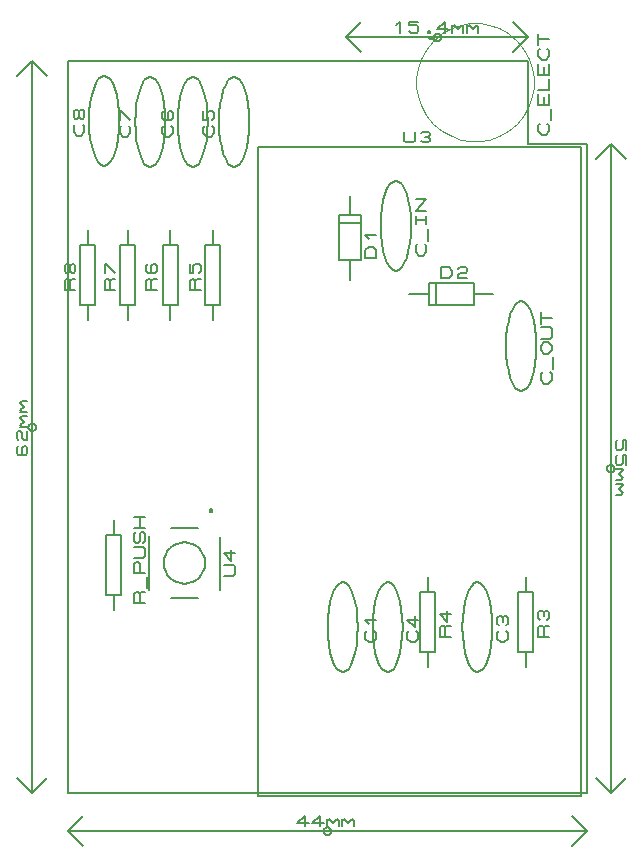
<source format=gbr>
G04 PROTEUS GERBER X2 FILE*
%TF.GenerationSoftware,Labcenter,Proteus,8.12-SP0-Build30713*%
%TF.CreationDate,2023-07-17T11:58:22+00:00*%
%TF.FileFunction,Legend,Top*%
%TF.FilePolarity,Positive*%
%TF.Part,Single*%
%TF.SameCoordinates,{929d0d33-b1dc-492e-9cfe-804fc5f4831e}*%
%FSLAX45Y45*%
%MOMM*%
G01*
%TA.AperFunction,Material*%
%ADD22C,0.127000*%
%ADD23C,0.203200*%
%TA.AperFunction,Profile*%
%ADD20C,0.203200*%
%TA.AperFunction,NonMaterial*%
%ADD21C,0.203200*%
%TA.AperFunction,Material*%
%ADD24C,0.120000*%
%ADD25C,0.200000*%
%TD.AperFunction*%
D22*
X+1610000Y+5474000D02*
X+1610000Y-26000D01*
X+1610000Y+5474000D02*
X+4350000Y+5474000D01*
X+4350000Y-26000D01*
X+1610000Y-26000D02*
X+4350000Y-26000D01*
D23*
X+2848000Y+5602270D02*
X+2848000Y+5526070D01*
X+2863875Y+5510830D01*
X+2927375Y+5510830D01*
X+2943250Y+5526070D01*
X+2943250Y+5602270D01*
X+2990875Y+5587030D02*
X+3006750Y+5602270D01*
X+3054375Y+5602270D01*
X+3070250Y+5587030D01*
X+3070250Y+5571790D01*
X+3054375Y+5556550D01*
X+3070250Y+5541310D01*
X+3070250Y+5526070D01*
X+3054375Y+5510830D01*
X+3006750Y+5510830D01*
X+2990875Y+5526070D01*
X+3022625Y+5556550D02*
X+3054375Y+5556550D01*
D20*
X+0Y+0D02*
X+0Y+6200000D01*
X+3900000Y+6200000D01*
X+3900000Y+5500000D01*
X+4400000Y+5500000D01*
X+4400000Y+0D01*
D21*
X+0Y-320000D02*
X+4400000Y-320000D01*
X+0Y-320000D02*
X+127000Y-447000D01*
X+0Y-320000D02*
X+127000Y-193000D01*
X+4400000Y-320000D02*
X+4273000Y-193000D01*
X+4400000Y-320000D02*
X+4273000Y-447000D01*
X+2231750Y-320000D02*
X+2231641Y-317366D01*
X+2230751Y-312097D01*
X+2228889Y-306828D01*
X+2225846Y-301559D01*
X+2221191Y-296357D01*
X+2215922Y-292531D01*
X+2210653Y-290091D01*
X+2205384Y-288710D01*
X+2200115Y-288250D01*
X+2200000Y-288250D01*
X+2168250Y-320000D02*
X+2168359Y-317366D01*
X+2169249Y-312097D01*
X+2171111Y-306828D01*
X+2174154Y-301559D01*
X+2178809Y-296357D01*
X+2184078Y-292531D01*
X+2189347Y-290091D01*
X+2194616Y-288710D01*
X+2199885Y-288250D01*
X+2200000Y-288250D01*
X+2168250Y-320000D02*
X+2168359Y-322634D01*
X+2169249Y-327903D01*
X+2171111Y-333172D01*
X+2174154Y-338441D01*
X+2178809Y-343643D01*
X+2184078Y-347469D01*
X+2189347Y-349909D01*
X+2194616Y-351290D01*
X+2199885Y-351750D01*
X+2200000Y-351750D01*
X+2231750Y-320000D02*
X+2231641Y-322634D01*
X+2230751Y-327903D01*
X+2228889Y-333172D01*
X+2225846Y-338441D01*
X+2221191Y-343643D01*
X+2215922Y-347469D01*
X+2210653Y-349909D01*
X+2205384Y-351290D01*
X+2200115Y-351750D01*
X+2200000Y-351750D01*
X+2041250Y-248880D02*
X+1946000Y-248880D01*
X+2009500Y-187920D01*
X+2009500Y-279360D01*
X+2168250Y-248880D02*
X+2073000Y-248880D01*
X+2136500Y-187920D01*
X+2136500Y-279360D01*
X+2200000Y-279360D02*
X+2200000Y-218400D01*
X+2200000Y-233640D02*
X+2215875Y-218400D01*
X+2247625Y-248880D01*
X+2279375Y-218400D01*
X+2295250Y-233640D01*
X+2295250Y-279360D01*
X+2327000Y-279360D02*
X+2327000Y-218400D01*
X+2327000Y-233640D02*
X+2342875Y-218400D01*
X+2374625Y-248880D01*
X+2406375Y-218400D01*
X+2422250Y-233640D01*
X+2422250Y-279360D01*
D20*
X+0Y+0D02*
X+4400000Y+0D01*
D21*
X-300000Y+0D02*
X-300000Y+6200000D01*
X-300000Y+0D02*
X-173000Y+127000D01*
X-300000Y+0D02*
X-427000Y+127000D01*
X-300000Y+6200000D02*
X-427000Y+6073000D01*
X-300000Y+6200000D02*
X-173000Y+6073000D01*
X-268250Y+3100000D02*
X-268359Y+3102634D01*
X-269249Y+3107903D01*
X-271111Y+3113172D01*
X-274154Y+3118441D01*
X-278809Y+3123643D01*
X-284078Y+3127469D01*
X-289347Y+3129909D01*
X-294616Y+3131290D01*
X-299885Y+3131750D01*
X-300000Y+3131750D01*
X-331750Y+3100000D02*
X-331641Y+3102634D01*
X-330751Y+3107903D01*
X-328889Y+3113172D01*
X-325846Y+3118441D01*
X-321191Y+3123643D01*
X-315922Y+3127469D01*
X-310653Y+3129909D01*
X-305384Y+3131290D01*
X-300115Y+3131750D01*
X-300000Y+3131750D01*
X-331750Y+3100000D02*
X-331641Y+3097366D01*
X-330751Y+3092097D01*
X-328889Y+3086828D01*
X-325846Y+3081559D01*
X-321191Y+3076357D01*
X-315922Y+3072531D01*
X-310653Y+3070091D01*
X-305384Y+3068710D01*
X-300115Y+3068250D01*
X-300000Y+3068250D01*
X-268250Y+3100000D02*
X-268359Y+3097366D01*
X-269249Y+3092097D01*
X-271111Y+3086828D01*
X-274154Y+3081559D01*
X-278809Y+3076357D01*
X-284078Y+3072531D01*
X-289347Y+3070091D01*
X-294616Y+3068710D01*
X-299885Y+3068250D01*
X-300000Y+3068250D01*
X-416840Y+2941250D02*
X-432080Y+2925375D01*
X-432080Y+2877750D01*
X-416840Y+2861875D01*
X-355880Y+2861875D01*
X-340640Y+2877750D01*
X-340640Y+2925375D01*
X-355880Y+2941250D01*
X-371120Y+2941250D01*
X-386360Y+2925375D01*
X-386360Y+2861875D01*
X-416840Y+2988875D02*
X-432080Y+3004750D01*
X-432080Y+3052375D01*
X-416840Y+3068250D01*
X-401600Y+3068250D01*
X-386360Y+3052375D01*
X-386360Y+3004750D01*
X-371120Y+2988875D01*
X-340640Y+2988875D01*
X-340640Y+3068250D01*
X-340640Y+3100000D02*
X-401600Y+3100000D01*
X-386360Y+3100000D02*
X-401600Y+3115875D01*
X-371120Y+3147625D01*
X-401600Y+3179375D01*
X-386360Y+3195250D01*
X-340640Y+3195250D01*
X-340640Y+3227000D02*
X-401600Y+3227000D01*
X-386360Y+3227000D02*
X-401600Y+3242875D01*
X-371120Y+3274625D01*
X-401600Y+3306375D01*
X-386360Y+3322250D01*
X-340640Y+3322250D01*
X+4600000Y+5500000D02*
X+4600000Y+0D01*
X+4600000Y+5500000D02*
X+4473000Y+5373000D01*
X+4600000Y+5500000D02*
X+4727000Y+5373000D01*
X+4600000Y+0D02*
X+4727000Y+127000D01*
X+4600000Y+0D02*
X+4473000Y+127000D01*
X+4631750Y+2750000D02*
X+4631641Y+2752634D01*
X+4630751Y+2757903D01*
X+4628889Y+2763172D01*
X+4625846Y+2768441D01*
X+4621191Y+2773643D01*
X+4615922Y+2777469D01*
X+4610653Y+2779909D01*
X+4605384Y+2781290D01*
X+4600115Y+2781750D01*
X+4600000Y+2781750D01*
X+4568250Y+2750000D02*
X+4568359Y+2752634D01*
X+4569249Y+2757903D01*
X+4571111Y+2763172D01*
X+4574154Y+2768441D01*
X+4578809Y+2773643D01*
X+4584078Y+2777469D01*
X+4589347Y+2779909D01*
X+4594616Y+2781290D01*
X+4599885Y+2781750D01*
X+4600000Y+2781750D01*
X+4568250Y+2750000D02*
X+4568359Y+2747366D01*
X+4569249Y+2742097D01*
X+4571111Y+2736828D01*
X+4574154Y+2731559D01*
X+4578809Y+2726357D01*
X+4584078Y+2722531D01*
X+4589347Y+2720091D01*
X+4594616Y+2718710D01*
X+4599885Y+2718250D01*
X+4600000Y+2718250D01*
X+4631750Y+2750000D02*
X+4631641Y+2747366D01*
X+4630751Y+2742097D01*
X+4628889Y+2736828D01*
X+4625846Y+2731559D01*
X+4621191Y+2726357D01*
X+4615922Y+2722531D01*
X+4610653Y+2720091D01*
X+4605384Y+2718710D01*
X+4600115Y+2718250D01*
X+4600000Y+2718250D01*
X+4732080Y+2908750D02*
X+4732080Y+2988125D01*
X+4701600Y+2988125D01*
X+4701600Y+2924625D01*
X+4686360Y+2908750D01*
X+4655880Y+2908750D01*
X+4640640Y+2924625D01*
X+4640640Y+2972250D01*
X+4655880Y+2988125D01*
X+4732080Y+2781750D02*
X+4732080Y+2861125D01*
X+4701600Y+2861125D01*
X+4701600Y+2797625D01*
X+4686360Y+2781750D01*
X+4655880Y+2781750D01*
X+4640640Y+2797625D01*
X+4640640Y+2845250D01*
X+4655880Y+2861125D01*
X+4640640Y+2750000D02*
X+4701600Y+2750000D01*
X+4686360Y+2750000D02*
X+4701600Y+2734125D01*
X+4671120Y+2702375D01*
X+4701600Y+2670625D01*
X+4686360Y+2654750D01*
X+4640640Y+2654750D01*
X+4640640Y+2623000D02*
X+4701600Y+2623000D01*
X+4686360Y+2623000D02*
X+4701600Y+2607125D01*
X+4671120Y+2575375D01*
X+4701600Y+2543625D01*
X+4686360Y+2527750D01*
X+4640640Y+2527750D01*
X+3900000Y+6400000D02*
X+2360000Y+6400000D01*
X+3900000Y+6400000D02*
X+3773000Y+6527000D01*
X+3900000Y+6400000D02*
X+3773000Y+6273000D01*
X+2360000Y+6400000D02*
X+2487000Y+6273000D01*
X+2360000Y+6400000D02*
X+2487000Y+6527000D01*
X+3161750Y+6400000D02*
X+3161641Y+6402634D01*
X+3160751Y+6407903D01*
X+3158889Y+6413172D01*
X+3155846Y+6418441D01*
X+3151191Y+6423643D01*
X+3145922Y+6427469D01*
X+3140653Y+6429909D01*
X+3135384Y+6431290D01*
X+3130115Y+6431750D01*
X+3130000Y+6431750D01*
X+3098250Y+6400000D02*
X+3098359Y+6402634D01*
X+3099249Y+6407903D01*
X+3101111Y+6413172D01*
X+3104154Y+6418441D01*
X+3108809Y+6423643D01*
X+3114078Y+6427469D01*
X+3119347Y+6429909D01*
X+3124616Y+6431290D01*
X+3129885Y+6431750D01*
X+3130000Y+6431750D01*
X+3098250Y+6400000D02*
X+3098359Y+6397366D01*
X+3099249Y+6392097D01*
X+3101111Y+6386828D01*
X+3104154Y+6381559D01*
X+3108809Y+6376357D01*
X+3114078Y+6372531D01*
X+3119347Y+6370091D01*
X+3124616Y+6368710D01*
X+3129885Y+6368250D01*
X+3130000Y+6368250D01*
X+3161750Y+6400000D02*
X+3161641Y+6397366D01*
X+3160751Y+6392097D01*
X+3158889Y+6386828D01*
X+3155846Y+6381559D01*
X+3151191Y+6376357D01*
X+3145922Y+6372531D01*
X+3140653Y+6370091D01*
X+3135384Y+6368710D01*
X+3130115Y+6368250D01*
X+3130000Y+6368250D01*
X+2780750Y+6501600D02*
X+2812500Y+6532080D01*
X+2812500Y+6440640D01*
X+2971250Y+6532080D02*
X+2891875Y+6532080D01*
X+2891875Y+6501600D01*
X+2955375Y+6501600D01*
X+2971250Y+6486360D01*
X+2971250Y+6455880D01*
X+2955375Y+6440640D01*
X+2907750Y+6440640D01*
X+2891875Y+6455880D01*
X+3050625Y+6455880D02*
X+3066500Y+6455880D01*
X+3066500Y+6440640D01*
X+3050625Y+6440640D01*
X+3050625Y+6455880D01*
X+3225250Y+6471120D02*
X+3130000Y+6471120D01*
X+3193500Y+6532080D01*
X+3193500Y+6440640D01*
X+3257000Y+6440640D02*
X+3257000Y+6501600D01*
X+3257000Y+6486360D02*
X+3272875Y+6501600D01*
X+3304625Y+6471120D01*
X+3336375Y+6501600D01*
X+3352250Y+6486360D01*
X+3352250Y+6440640D01*
X+3384000Y+6440640D02*
X+3384000Y+6501600D01*
X+3384000Y+6486360D02*
X+3399875Y+6501600D01*
X+3431625Y+6471120D01*
X+3463375Y+6501600D01*
X+3479250Y+6486360D01*
X+3479250Y+6440640D01*
D23*
X+170000Y+4007000D02*
X+170000Y+4134000D01*
X+106500Y+4134000D02*
X+233500Y+4134000D01*
X+233500Y+4642000D01*
X+106500Y+4642000D01*
X+106500Y+4134000D01*
X+170000Y+4642000D02*
X+170000Y+4769000D01*
X+65860Y+4261000D02*
X-25580Y+4261000D01*
X-25580Y+4340375D01*
X-10340Y+4356250D01*
X+4900Y+4356250D01*
X+20140Y+4340375D01*
X+20140Y+4261000D01*
X+20140Y+4340375D02*
X+35380Y+4356250D01*
X+65860Y+4356250D01*
X+20140Y+4419750D02*
X+4900Y+4403875D01*
X-10340Y+4403875D01*
X-25580Y+4419750D01*
X-25580Y+4467375D01*
X-10340Y+4483250D01*
X+4900Y+4483250D01*
X+20140Y+4467375D01*
X+20140Y+4419750D01*
X+35380Y+4403875D01*
X+50620Y+4403875D01*
X+65860Y+4419750D01*
X+65860Y+4467375D01*
X+50620Y+4483250D01*
X+35380Y+4483250D01*
X+20140Y+4467375D01*
X+510000Y+4007000D02*
X+510000Y+4134000D01*
X+446500Y+4134000D02*
X+573500Y+4134000D01*
X+573500Y+4642000D01*
X+446500Y+4642000D01*
X+446500Y+4134000D01*
X+510000Y+4642000D02*
X+510000Y+4769000D01*
X+405860Y+4261000D02*
X+314420Y+4261000D01*
X+314420Y+4340375D01*
X+329660Y+4356250D01*
X+344900Y+4356250D01*
X+360140Y+4340375D01*
X+360140Y+4261000D01*
X+360140Y+4340375D02*
X+375380Y+4356250D01*
X+405860Y+4356250D01*
X+314420Y+4403875D02*
X+314420Y+4483250D01*
X+329660Y+4483250D01*
X+405860Y+4403875D01*
X+870000Y+4007000D02*
X+870000Y+4134000D01*
X+806500Y+4134000D02*
X+933500Y+4134000D01*
X+933500Y+4642000D01*
X+806500Y+4642000D01*
X+806500Y+4134000D01*
X+870000Y+4642000D02*
X+870000Y+4769000D01*
X+755860Y+4261000D02*
X+664420Y+4261000D01*
X+664420Y+4340375D01*
X+679660Y+4356250D01*
X+694900Y+4356250D01*
X+710140Y+4340375D01*
X+710140Y+4261000D01*
X+710140Y+4340375D02*
X+725380Y+4356250D01*
X+755860Y+4356250D01*
X+679660Y+4483250D02*
X+664420Y+4467375D01*
X+664420Y+4419750D01*
X+679660Y+4403875D01*
X+740620Y+4403875D01*
X+755860Y+4419750D01*
X+755860Y+4467375D01*
X+740620Y+4483250D01*
X+725380Y+4483250D01*
X+710140Y+4467375D01*
X+710140Y+4403875D01*
X+1230000Y+4007000D02*
X+1230000Y+4134000D01*
X+1166500Y+4134000D02*
X+1293500Y+4134000D01*
X+1293500Y+4642000D01*
X+1166500Y+4642000D01*
X+1166500Y+4134000D01*
X+1230000Y+4642000D02*
X+1230000Y+4769000D01*
X+1125860Y+4261000D02*
X+1034420Y+4261000D01*
X+1034420Y+4340375D01*
X+1049660Y+4356250D01*
X+1064900Y+4356250D01*
X+1080140Y+4340375D01*
X+1080140Y+4261000D01*
X+1080140Y+4340375D02*
X+1095380Y+4356250D01*
X+1125860Y+4356250D01*
X+1034420Y+4483250D02*
X+1034420Y+4403875D01*
X+1064900Y+4403875D01*
X+1064900Y+4467375D01*
X+1080140Y+4483250D01*
X+1110620Y+4483250D01*
X+1125860Y+4467375D01*
X+1125860Y+4419750D01*
X+1110620Y+4403875D01*
X+310000Y+5313000D02*
X+284124Y+5320516D01*
X+260152Y+5342170D01*
X+238562Y+5376624D01*
X+219830Y+5422538D01*
X+204431Y+5478571D01*
X+192842Y+5543386D01*
X+185540Y+5615642D01*
X+183000Y+5694000D01*
X+310000Y+6075000D02*
X+284124Y+6067380D01*
X+260152Y+6045472D01*
X+238562Y+6010706D01*
X+219830Y+5964510D01*
X+204431Y+5908312D01*
X+192842Y+5843542D01*
X+185540Y+5771629D01*
X+183000Y+5694000D01*
X+310000Y+6075000D02*
X+335876Y+6067380D01*
X+359848Y+6045472D01*
X+381438Y+6010706D01*
X+400170Y+5964510D01*
X+415569Y+5908312D01*
X+427158Y+5843542D01*
X+434460Y+5771629D01*
X+437000Y+5694000D01*
X+310000Y+5313000D02*
X+335876Y+5320516D01*
X+359848Y+5342170D01*
X+381438Y+5376624D01*
X+400170Y+5422538D01*
X+415569Y+5478571D01*
X+427158Y+5543386D01*
X+434460Y+5615642D01*
X+437000Y+5694000D01*
X+127120Y+5662250D02*
X+142360Y+5646375D01*
X+142360Y+5598750D01*
X+111880Y+5567000D01*
X+81400Y+5567000D01*
X+50920Y+5598750D01*
X+50920Y+5646375D01*
X+66160Y+5662250D01*
X+96640Y+5725750D02*
X+81400Y+5709875D01*
X+66160Y+5709875D01*
X+50920Y+5725750D01*
X+50920Y+5773375D01*
X+66160Y+5789250D01*
X+81400Y+5789250D01*
X+96640Y+5773375D01*
X+96640Y+5725750D01*
X+111880Y+5709875D01*
X+127120Y+5709875D01*
X+142360Y+5725750D01*
X+142360Y+5773375D01*
X+127120Y+5789250D01*
X+111880Y+5789250D01*
X+96640Y+5773375D01*
X+700000Y+5303000D02*
X+674124Y+5310516D01*
X+650152Y+5332170D01*
X+628562Y+5366624D01*
X+609830Y+5412538D01*
X+594431Y+5468571D01*
X+582842Y+5533386D01*
X+575540Y+5605642D01*
X+573000Y+5684000D01*
X+700000Y+6065000D02*
X+674124Y+6057380D01*
X+650152Y+6035472D01*
X+628562Y+6000706D01*
X+609830Y+5954510D01*
X+594431Y+5898312D01*
X+582842Y+5833542D01*
X+575540Y+5761629D01*
X+573000Y+5684000D01*
X+700000Y+6065000D02*
X+725876Y+6057380D01*
X+749848Y+6035472D01*
X+771438Y+6000706D01*
X+790170Y+5954510D01*
X+805569Y+5898312D01*
X+817158Y+5833542D01*
X+824460Y+5761629D01*
X+827000Y+5684000D01*
X+700000Y+5303000D02*
X+725876Y+5310516D01*
X+749848Y+5332170D01*
X+771438Y+5366624D01*
X+790170Y+5412538D01*
X+805569Y+5468571D01*
X+817158Y+5533386D01*
X+824460Y+5605642D01*
X+827000Y+5684000D01*
X+517120Y+5652250D02*
X+532360Y+5636375D01*
X+532360Y+5588750D01*
X+501880Y+5557000D01*
X+471400Y+5557000D01*
X+440920Y+5588750D01*
X+440920Y+5636375D01*
X+456160Y+5652250D01*
X+440920Y+5699875D02*
X+440920Y+5779250D01*
X+456160Y+5779250D01*
X+532360Y+5699875D01*
X+1060000Y+5303000D02*
X+1034124Y+5310516D01*
X+1010152Y+5332170D01*
X+988562Y+5366624D01*
X+969830Y+5412538D01*
X+954431Y+5468571D01*
X+942842Y+5533386D01*
X+935540Y+5605642D01*
X+933000Y+5684000D01*
X+1060000Y+6065000D02*
X+1034124Y+6057380D01*
X+1010152Y+6035472D01*
X+988562Y+6000706D01*
X+969830Y+5954510D01*
X+954431Y+5898312D01*
X+942842Y+5833542D01*
X+935540Y+5761629D01*
X+933000Y+5684000D01*
X+1060000Y+6065000D02*
X+1085876Y+6057380D01*
X+1109848Y+6035472D01*
X+1131438Y+6000706D01*
X+1150170Y+5954510D01*
X+1165569Y+5898312D01*
X+1177158Y+5833542D01*
X+1184460Y+5761629D01*
X+1187000Y+5684000D01*
X+1060000Y+5303000D02*
X+1085876Y+5310516D01*
X+1109848Y+5332170D01*
X+1131438Y+5366624D01*
X+1150170Y+5412538D01*
X+1165569Y+5468571D01*
X+1177158Y+5533386D01*
X+1184460Y+5605642D01*
X+1187000Y+5684000D01*
X+877120Y+5652250D02*
X+892360Y+5636375D01*
X+892360Y+5588750D01*
X+861880Y+5557000D01*
X+831400Y+5557000D01*
X+800920Y+5588750D01*
X+800920Y+5636375D01*
X+816160Y+5652250D01*
X+816160Y+5779250D02*
X+800920Y+5763375D01*
X+800920Y+5715750D01*
X+816160Y+5699875D01*
X+877120Y+5699875D01*
X+892360Y+5715750D01*
X+892360Y+5763375D01*
X+877120Y+5779250D01*
X+861880Y+5779250D01*
X+846640Y+5763375D01*
X+846640Y+5699875D01*
X+1410000Y+5303000D02*
X+1384124Y+5310516D01*
X+1360152Y+5332170D01*
X+1338562Y+5366624D01*
X+1319830Y+5412538D01*
X+1304431Y+5468571D01*
X+1292842Y+5533386D01*
X+1285540Y+5605642D01*
X+1283000Y+5684000D01*
X+1410000Y+6065000D02*
X+1384124Y+6057380D01*
X+1360152Y+6035472D01*
X+1338562Y+6000706D01*
X+1319830Y+5954510D01*
X+1304431Y+5898312D01*
X+1292842Y+5833542D01*
X+1285540Y+5761629D01*
X+1283000Y+5684000D01*
X+1410000Y+6065000D02*
X+1435876Y+6057380D01*
X+1459848Y+6035472D01*
X+1481438Y+6000706D01*
X+1500170Y+5954510D01*
X+1515569Y+5898312D01*
X+1527158Y+5833542D01*
X+1534460Y+5761629D01*
X+1537000Y+5684000D01*
X+1410000Y+5303000D02*
X+1435876Y+5310516D01*
X+1459848Y+5332170D01*
X+1481438Y+5366624D01*
X+1500170Y+5412538D01*
X+1515569Y+5468571D01*
X+1527158Y+5533386D01*
X+1534460Y+5605642D01*
X+1537000Y+5684000D01*
X+1227120Y+5652250D02*
X+1242360Y+5636375D01*
X+1242360Y+5588750D01*
X+1211880Y+5557000D01*
X+1181400Y+5557000D01*
X+1150920Y+5588750D01*
X+1150920Y+5636375D01*
X+1166160Y+5652250D01*
X+1150920Y+5779250D02*
X+1150920Y+5699875D01*
X+1181400Y+5699875D01*
X+1181400Y+5763375D01*
X+1196640Y+5779250D01*
X+1227120Y+5779250D01*
X+1242360Y+5763375D01*
X+1242360Y+5715750D01*
X+1227120Y+5699875D01*
X+2330000Y+1787000D02*
X+2355876Y+1779484D01*
X+2379848Y+1757830D01*
X+2401438Y+1723376D01*
X+2420170Y+1677462D01*
X+2435569Y+1621429D01*
X+2447158Y+1556614D01*
X+2454460Y+1484358D01*
X+2457000Y+1406000D01*
X+2330000Y+1025000D02*
X+2355876Y+1032620D01*
X+2379848Y+1054528D01*
X+2401438Y+1089294D01*
X+2420170Y+1135490D01*
X+2435569Y+1191688D01*
X+2447158Y+1256458D01*
X+2454460Y+1328371D01*
X+2457000Y+1406000D01*
X+2330000Y+1025000D02*
X+2304124Y+1032620D01*
X+2280152Y+1054528D01*
X+2258562Y+1089294D01*
X+2239830Y+1135490D01*
X+2224431Y+1191688D01*
X+2212842Y+1256458D01*
X+2205540Y+1328371D01*
X+2203000Y+1406000D01*
X+2330000Y+1787000D02*
X+2304124Y+1779484D01*
X+2280152Y+1757830D01*
X+2258562Y+1723376D01*
X+2239830Y+1677462D01*
X+2224431Y+1621429D01*
X+2212842Y+1556614D01*
X+2205540Y+1484358D01*
X+2203000Y+1406000D01*
X+2593840Y+1374250D02*
X+2609080Y+1358375D01*
X+2609080Y+1310750D01*
X+2578600Y+1279000D01*
X+2548120Y+1279000D01*
X+2517640Y+1310750D01*
X+2517640Y+1358375D01*
X+2532880Y+1374250D01*
X+2548120Y+1437750D02*
X+2517640Y+1469500D01*
X+2609080Y+1469500D01*
X+3880000Y+1833000D02*
X+3880000Y+1706000D01*
X+3816500Y+1198000D02*
X+3943500Y+1198000D01*
X+3943500Y+1706000D01*
X+3816500Y+1706000D01*
X+3816500Y+1198000D01*
X+3880000Y+1198000D02*
X+3880000Y+1071000D01*
X+4075580Y+1325000D02*
X+3984140Y+1325000D01*
X+3984140Y+1404375D01*
X+3999380Y+1420250D01*
X+4014620Y+1420250D01*
X+4029860Y+1404375D01*
X+4029860Y+1325000D01*
X+4029860Y+1404375D02*
X+4045100Y+1420250D01*
X+4075580Y+1420250D01*
X+3999380Y+1467875D02*
X+3984140Y+1483750D01*
X+3984140Y+1531375D01*
X+3999380Y+1547250D01*
X+4014620Y+1547250D01*
X+4029860Y+1531375D01*
X+4045100Y+1547250D01*
X+4060340Y+1547250D01*
X+4075580Y+1531375D01*
X+4075580Y+1483750D01*
X+4060340Y+1467875D01*
X+4029860Y+1499625D02*
X+4029860Y+1531375D01*
X+3470000Y+1787000D02*
X+3495876Y+1779484D01*
X+3519848Y+1757830D01*
X+3541438Y+1723376D01*
X+3560170Y+1677462D01*
X+3575569Y+1621429D01*
X+3587158Y+1556614D01*
X+3594460Y+1484358D01*
X+3597000Y+1406000D01*
X+3470000Y+1025000D02*
X+3495876Y+1032620D01*
X+3519848Y+1054528D01*
X+3541438Y+1089294D01*
X+3560170Y+1135490D01*
X+3575569Y+1191688D01*
X+3587158Y+1256458D01*
X+3594460Y+1328371D01*
X+3597000Y+1406000D01*
X+3470000Y+1025000D02*
X+3444124Y+1032620D01*
X+3420152Y+1054528D01*
X+3398562Y+1089294D01*
X+3379830Y+1135490D01*
X+3364431Y+1191688D01*
X+3352842Y+1256458D01*
X+3345540Y+1328371D01*
X+3343000Y+1406000D01*
X+3470000Y+1787000D02*
X+3444124Y+1779484D01*
X+3420152Y+1757830D01*
X+3398562Y+1723376D01*
X+3379830Y+1677462D01*
X+3364431Y+1621429D01*
X+3352842Y+1556614D01*
X+3345540Y+1484358D01*
X+3343000Y+1406000D01*
X+3713840Y+1374250D02*
X+3729080Y+1358375D01*
X+3729080Y+1310750D01*
X+3698600Y+1279000D01*
X+3668120Y+1279000D01*
X+3637640Y+1310750D01*
X+3637640Y+1358375D01*
X+3652880Y+1374250D01*
X+3652880Y+1421875D02*
X+3637640Y+1437750D01*
X+3637640Y+1485375D01*
X+3652880Y+1501250D01*
X+3668120Y+1501250D01*
X+3683360Y+1485375D01*
X+3698600Y+1501250D01*
X+3713840Y+1501250D01*
X+3729080Y+1485375D01*
X+3729080Y+1437750D01*
X+3713840Y+1421875D01*
X+3683360Y+1453625D02*
X+3683360Y+1485375D01*
X+3050000Y+1833000D02*
X+3050000Y+1706000D01*
X+2986500Y+1198000D02*
X+3113500Y+1198000D01*
X+3113500Y+1706000D01*
X+2986500Y+1706000D01*
X+2986500Y+1198000D01*
X+3050000Y+1198000D02*
X+3050000Y+1071000D01*
X+3245580Y+1325000D02*
X+3154140Y+1325000D01*
X+3154140Y+1404375D01*
X+3169380Y+1420250D01*
X+3184620Y+1420250D01*
X+3199860Y+1404375D01*
X+3199860Y+1325000D01*
X+3199860Y+1404375D02*
X+3215100Y+1420250D01*
X+3245580Y+1420250D01*
X+3215100Y+1547250D02*
X+3215100Y+1452000D01*
X+3154140Y+1515500D01*
X+3245580Y+1515500D01*
X+2710000Y+1787000D02*
X+2735876Y+1779484D01*
X+2759848Y+1757830D01*
X+2781438Y+1723376D01*
X+2800170Y+1677462D01*
X+2815569Y+1621429D01*
X+2827158Y+1556614D01*
X+2834460Y+1484358D01*
X+2837000Y+1406000D01*
X+2710000Y+1025000D02*
X+2735876Y+1032620D01*
X+2759848Y+1054528D01*
X+2781438Y+1089294D01*
X+2800170Y+1135490D01*
X+2815569Y+1191688D01*
X+2827158Y+1256458D01*
X+2834460Y+1328371D01*
X+2837000Y+1406000D01*
X+2710000Y+1025000D02*
X+2684124Y+1032620D01*
X+2660152Y+1054528D01*
X+2638562Y+1089294D01*
X+2619830Y+1135490D01*
X+2604431Y+1191688D01*
X+2592842Y+1256458D01*
X+2585540Y+1328371D01*
X+2583000Y+1406000D01*
X+2710000Y+1787000D02*
X+2684124Y+1779484D01*
X+2660152Y+1757830D01*
X+2638562Y+1723376D01*
X+2619830Y+1677462D01*
X+2604431Y+1621429D01*
X+2592842Y+1556614D01*
X+2585540Y+1484358D01*
X+2583000Y+1406000D01*
X+2953840Y+1374250D02*
X+2969080Y+1358375D01*
X+2969080Y+1310750D01*
X+2938600Y+1279000D01*
X+2908120Y+1279000D01*
X+2877640Y+1310750D01*
X+2877640Y+1358375D01*
X+2892880Y+1374250D01*
X+2938600Y+1501250D02*
X+2938600Y+1406000D01*
X+2877640Y+1469500D01*
X+2969080Y+1469500D01*
D24*
X+3950000Y+6020000D02*
X+3948469Y+6059100D01*
X+3936046Y+6137301D01*
X+3910194Y+6215502D01*
X+3868434Y+6293703D01*
X+3805195Y+6371904D01*
X+3727002Y+6436257D01*
X+3648801Y+6478779D01*
X+3570600Y+6505238D01*
X+3492399Y+6518199D01*
X+3450000Y+6520000D01*
X+2950000Y+6020000D02*
X+2951531Y+6059100D01*
X+2963954Y+6137301D01*
X+2989806Y+6215502D01*
X+3031566Y+6293703D01*
X+3094805Y+6371904D01*
X+3172998Y+6436257D01*
X+3251199Y+6478779D01*
X+3329400Y+6505238D01*
X+3407601Y+6518199D01*
X+3450000Y+6520000D01*
X+2950000Y+6020000D02*
X+2951531Y+5980900D01*
X+2963954Y+5902699D01*
X+2989806Y+5824498D01*
X+3031566Y+5746297D01*
X+3094805Y+5668096D01*
X+3172998Y+5603743D01*
X+3251199Y+5561221D01*
X+3329400Y+5534762D01*
X+3407601Y+5521801D01*
X+3450000Y+5520000D01*
X+3950000Y+6020000D02*
X+3948469Y+5980900D01*
X+3936046Y+5902699D01*
X+3910194Y+5824498D01*
X+3868434Y+5746297D01*
X+3805195Y+5668096D01*
X+3727002Y+5603743D01*
X+3648801Y+5561221D01*
X+3570600Y+5534762D01*
X+3492399Y+5521801D01*
X+3450000Y+5520000D01*
D25*
X+3084000Y+6396000D02*
X+3083965Y+6396831D01*
X+3083684Y+6398495D01*
X+3083094Y+6400159D01*
X+3082130Y+6401823D01*
X+3080655Y+6403464D01*
X+3078991Y+6404665D01*
X+3077327Y+6405430D01*
X+3075663Y+6405861D01*
X+3074000Y+6406000D01*
X+3064000Y+6396000D02*
X+3064035Y+6396831D01*
X+3064316Y+6398495D01*
X+3064906Y+6400159D01*
X+3065870Y+6401823D01*
X+3067345Y+6403464D01*
X+3069009Y+6404665D01*
X+3070673Y+6405430D01*
X+3072337Y+6405861D01*
X+3074000Y+6406000D01*
X+3064000Y+6396000D02*
X+3064035Y+6395169D01*
X+3064316Y+6393505D01*
X+3064906Y+6391841D01*
X+3065870Y+6390177D01*
X+3067345Y+6388536D01*
X+3069009Y+6387335D01*
X+3070673Y+6386570D01*
X+3072337Y+6386139D01*
X+3074000Y+6386000D01*
X+3084000Y+6396000D02*
X+3083965Y+6395169D01*
X+3083684Y+6393505D01*
X+3083094Y+6391841D01*
X+3082130Y+6390177D01*
X+3080655Y+6388536D01*
X+3078991Y+6387335D01*
X+3077327Y+6386570D01*
X+3075663Y+6386139D01*
X+3074000Y+6386000D01*
D23*
X+4062680Y+5670750D02*
X+4077920Y+5654875D01*
X+4077920Y+5607250D01*
X+4047440Y+5575500D01*
X+4016960Y+5575500D01*
X+3986480Y+5607250D01*
X+3986480Y+5654875D01*
X+4001720Y+5670750D01*
X+4093160Y+5702500D02*
X+4093160Y+5797750D01*
X+4077920Y+5924750D02*
X+4077920Y+5829500D01*
X+3986480Y+5829500D01*
X+3986480Y+5924750D01*
X+4032200Y+5829500D02*
X+4032200Y+5893000D01*
X+3986480Y+5956500D02*
X+4077920Y+5956500D01*
X+4077920Y+6051750D01*
X+4077920Y+6178750D02*
X+4077920Y+6083500D01*
X+3986480Y+6083500D01*
X+3986480Y+6178750D01*
X+4032200Y+6083500D02*
X+4032200Y+6147000D01*
X+4062680Y+6305750D02*
X+4077920Y+6289875D01*
X+4077920Y+6242250D01*
X+4047440Y+6210500D01*
X+4016960Y+6210500D01*
X+3986480Y+6242250D01*
X+3986480Y+6289875D01*
X+4001720Y+6305750D01*
X+3986480Y+6337500D02*
X+3986480Y+6432750D01*
X+3986480Y+6385125D02*
X+4077920Y+6385125D01*
X+2298560Y+4511500D02*
X+2481440Y+4511500D01*
X+2481440Y+4892500D01*
X+2298560Y+4892500D01*
X+2298560Y+4511500D01*
X+2478900Y+4829000D02*
X+2301100Y+4829000D01*
X+2390000Y+4511500D02*
X+2390000Y+4346400D01*
X+2390000Y+4892500D02*
X+2390000Y+5057600D01*
X+2613520Y+4533000D02*
X+2522080Y+4533000D01*
X+2522080Y+4596500D01*
X+2552560Y+4628250D01*
X+2583040Y+4628250D01*
X+2613520Y+4596500D01*
X+2613520Y+4533000D01*
X+2552560Y+4691750D02*
X+2522080Y+4723500D01*
X+2613520Y+4723500D01*
X+3057500Y+4138560D02*
X+3438500Y+4138560D01*
X+3438500Y+4321440D01*
X+3057500Y+4321440D01*
X+3057500Y+4138560D01*
X+3121000Y+4318900D02*
X+3121000Y+4141100D01*
X+3438500Y+4230000D02*
X+3603600Y+4230000D01*
X+3057500Y+4230000D02*
X+2892400Y+4230000D01*
X+3163000Y+4362080D02*
X+3163000Y+4453520D01*
X+3226500Y+4453520D01*
X+3258250Y+4423040D01*
X+3258250Y+4392560D01*
X+3226500Y+4362080D01*
X+3163000Y+4362080D01*
X+3305875Y+4438280D02*
X+3321750Y+4453520D01*
X+3369375Y+4453520D01*
X+3385250Y+4438280D01*
X+3385250Y+4423040D01*
X+3369375Y+4407800D01*
X+3321750Y+4407800D01*
X+3305875Y+4392560D01*
X+3305875Y+4362080D01*
X+3385250Y+4362080D01*
X+3840000Y+4167000D02*
X+3865876Y+4159484D01*
X+3889848Y+4137830D01*
X+3911438Y+4103376D01*
X+3930170Y+4057462D01*
X+3945569Y+4001429D01*
X+3957158Y+3936614D01*
X+3964460Y+3864358D01*
X+3967000Y+3786000D01*
X+3840000Y+3405000D02*
X+3865876Y+3412620D01*
X+3889848Y+3434528D01*
X+3911438Y+3469294D01*
X+3930170Y+3515490D01*
X+3945569Y+3571688D01*
X+3957158Y+3636458D01*
X+3964460Y+3708371D01*
X+3967000Y+3786000D01*
X+3840000Y+3405000D02*
X+3814124Y+3412620D01*
X+3790152Y+3434528D01*
X+3768562Y+3469294D01*
X+3749830Y+3515490D01*
X+3734431Y+3571688D01*
X+3722842Y+3636458D01*
X+3715540Y+3708371D01*
X+3713000Y+3786000D01*
X+3840000Y+4167000D02*
X+3814124Y+4159484D01*
X+3790152Y+4137830D01*
X+3768562Y+4103376D01*
X+3749830Y+4057462D01*
X+3734431Y+4001429D01*
X+3722842Y+3936614D01*
X+3715540Y+3864358D01*
X+3713000Y+3786000D01*
X+4083840Y+3563750D02*
X+4099080Y+3547875D01*
X+4099080Y+3500250D01*
X+4068600Y+3468500D01*
X+4038120Y+3468500D01*
X+4007640Y+3500250D01*
X+4007640Y+3547875D01*
X+4022880Y+3563750D01*
X+4114320Y+3595500D02*
X+4114320Y+3690750D01*
X+4038120Y+3722500D02*
X+4007640Y+3754250D01*
X+4007640Y+3786000D01*
X+4038120Y+3817750D01*
X+4068600Y+3817750D01*
X+4099080Y+3786000D01*
X+4099080Y+3754250D01*
X+4068600Y+3722500D01*
X+4038120Y+3722500D01*
X+4007640Y+3849500D02*
X+4083840Y+3849500D01*
X+4099080Y+3865375D01*
X+4099080Y+3928875D01*
X+4083840Y+3944750D01*
X+4007640Y+3944750D01*
X+4007640Y+3976500D02*
X+4007640Y+4071750D01*
X+4007640Y+4024125D02*
X+4099080Y+4024125D01*
X+2780000Y+5187000D02*
X+2805876Y+5179484D01*
X+2829848Y+5157830D01*
X+2851438Y+5123376D01*
X+2870170Y+5077462D01*
X+2885569Y+5021429D01*
X+2897158Y+4956614D01*
X+2904460Y+4884358D01*
X+2907000Y+4806000D01*
X+2780000Y+4425000D02*
X+2805876Y+4432620D01*
X+2829848Y+4454528D01*
X+2851438Y+4489294D01*
X+2870170Y+4535490D01*
X+2885569Y+4591688D01*
X+2897158Y+4656458D01*
X+2904460Y+4728371D01*
X+2907000Y+4806000D01*
X+2780000Y+4425000D02*
X+2754124Y+4432620D01*
X+2730152Y+4454528D01*
X+2708562Y+4489294D01*
X+2689830Y+4535490D01*
X+2674431Y+4591688D01*
X+2662842Y+4656458D01*
X+2655540Y+4728371D01*
X+2653000Y+4806000D01*
X+2780000Y+5187000D02*
X+2754124Y+5179484D01*
X+2730152Y+5157830D01*
X+2708562Y+5123376D01*
X+2689830Y+5077462D01*
X+2674431Y+5021429D01*
X+2662842Y+4956614D01*
X+2655540Y+4884358D01*
X+2653000Y+4806000D01*
X+3023840Y+4647250D02*
X+3039080Y+4631375D01*
X+3039080Y+4583750D01*
X+3008600Y+4552000D01*
X+2978120Y+4552000D01*
X+2947640Y+4583750D01*
X+2947640Y+4631375D01*
X+2962880Y+4647250D01*
X+3054320Y+4679000D02*
X+3054320Y+4774250D01*
X+2947640Y+4821875D02*
X+2947640Y+4885375D01*
X+2947640Y+4853625D02*
X+3039080Y+4853625D01*
X+3039080Y+4821875D02*
X+3039080Y+4885375D01*
X+3039080Y+4933000D02*
X+2947640Y+4933000D01*
X+3039080Y+5028250D01*
X+2947640Y+5028250D01*
D22*
X+1289000Y+2170000D02*
X+1289000Y+1720000D01*
X+1105000Y+1650000D02*
X+875000Y+1650000D01*
X+691000Y+1720000D02*
X+691000Y+2180000D01*
X+1105000Y+2249000D02*
X+875000Y+2249000D01*
X+1165000Y+1950000D02*
X+1164418Y+1964255D01*
X+1159694Y+1992766D01*
X+1149827Y+2021277D01*
X+1133761Y+2049788D01*
X+1109188Y+2078138D01*
X+1080677Y+2099675D01*
X+1052166Y+2113586D01*
X+1023655Y+2121733D01*
X+995144Y+2124924D01*
X+990000Y+2125000D01*
X+815000Y+1950000D02*
X+815582Y+1964255D01*
X+820306Y+1992766D01*
X+830173Y+2021277D01*
X+846239Y+2049788D01*
X+870812Y+2078138D01*
X+899323Y+2099675D01*
X+927834Y+2113586D01*
X+956345Y+2121733D01*
X+984856Y+2124924D01*
X+990000Y+2125000D01*
X+815000Y+1950000D02*
X+815582Y+1935745D01*
X+820306Y+1907234D01*
X+830173Y+1878723D01*
X+846239Y+1850212D01*
X+870812Y+1821862D01*
X+899323Y+1800325D01*
X+927834Y+1786414D01*
X+956345Y+1778267D01*
X+984856Y+1775076D01*
X+990000Y+1775000D01*
X+1165000Y+1950000D02*
X+1164418Y+1935745D01*
X+1159694Y+1907234D01*
X+1149827Y+1878723D01*
X+1133761Y+1850212D01*
X+1109188Y+1821862D01*
X+1080677Y+1800325D01*
X+1052166Y+1786414D01*
X+1023655Y+1778267D01*
X+995144Y+1775076D01*
X+990000Y+1775000D01*
D25*
X+1225500Y+2394500D02*
X+1225464Y+2395373D01*
X+1225168Y+2397120D01*
X+1224549Y+2398867D01*
X+1223536Y+2400614D01*
X+1221988Y+2402337D01*
X+1220241Y+2403598D01*
X+1218494Y+2404402D01*
X+1216747Y+2404854D01*
X+1215000Y+2405000D01*
X+1204500Y+2394500D02*
X+1204536Y+2395373D01*
X+1204832Y+2397120D01*
X+1205451Y+2398867D01*
X+1206464Y+2400614D01*
X+1208012Y+2402337D01*
X+1209759Y+2403598D01*
X+1211506Y+2404402D01*
X+1213253Y+2404854D01*
X+1215000Y+2405000D01*
X+1204500Y+2394500D02*
X+1204536Y+2393627D01*
X+1204832Y+2391880D01*
X+1205451Y+2390133D01*
X+1206464Y+2388386D01*
X+1208012Y+2386663D01*
X+1209759Y+2385402D01*
X+1211506Y+2384598D01*
X+1213253Y+2384146D01*
X+1215000Y+2384000D01*
X+1225500Y+2394500D02*
X+1225464Y+2393627D01*
X+1225168Y+2391880D01*
X+1224549Y+2390133D01*
X+1223536Y+2388386D01*
X+1221988Y+2386663D01*
X+1220241Y+2385402D01*
X+1218494Y+2384598D01*
X+1216747Y+2384146D01*
X+1215000Y+2384000D01*
D23*
X+1325830Y+1841750D02*
X+1402030Y+1841750D01*
X+1417270Y+1857625D01*
X+1417270Y+1921125D01*
X+1402030Y+1937000D01*
X+1325830Y+1937000D01*
X+1386790Y+2064000D02*
X+1386790Y+1968750D01*
X+1325830Y+2032250D01*
X+1417270Y+2032250D01*
X+390000Y+2313000D02*
X+390000Y+2186000D01*
X+326500Y+1678000D02*
X+453500Y+1678000D01*
X+453500Y+2186000D01*
X+326500Y+2186000D01*
X+326500Y+1678000D01*
X+390000Y+1678000D02*
X+390000Y+1551000D01*
X+655580Y+1611000D02*
X+564140Y+1611000D01*
X+564140Y+1690375D01*
X+579380Y+1706250D01*
X+594620Y+1706250D01*
X+609860Y+1690375D01*
X+609860Y+1611000D01*
X+609860Y+1690375D02*
X+625100Y+1706250D01*
X+655580Y+1706250D01*
X+670820Y+1738000D02*
X+670820Y+1833250D01*
X+655580Y+1865000D02*
X+564140Y+1865000D01*
X+564140Y+1944375D01*
X+579380Y+1960250D01*
X+594620Y+1960250D01*
X+609860Y+1944375D01*
X+609860Y+1865000D01*
X+564140Y+1992000D02*
X+640340Y+1992000D01*
X+655580Y+2007875D01*
X+655580Y+2071375D01*
X+640340Y+2087250D01*
X+564140Y+2087250D01*
X+640340Y+2119000D02*
X+655580Y+2134875D01*
X+655580Y+2198375D01*
X+640340Y+2214250D01*
X+625100Y+2214250D01*
X+609860Y+2198375D01*
X+609860Y+2134875D01*
X+594620Y+2119000D01*
X+579380Y+2119000D01*
X+564140Y+2134875D01*
X+564140Y+2198375D01*
X+579380Y+2214250D01*
X+655580Y+2246000D02*
X+564140Y+2246000D01*
X+564140Y+2341250D02*
X+655580Y+2341250D01*
X+609860Y+2246000D02*
X+609860Y+2341250D01*
M02*

</source>
